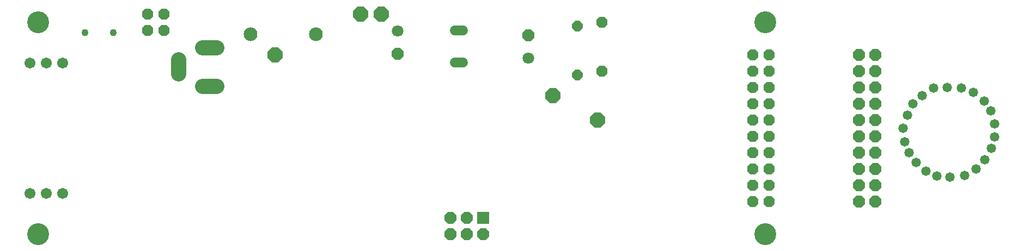
<source format=gbs>
G75*
G70*
%OFA0B0*%
%FSLAX24Y24*%
%IPPOS*%
%LPD*%
%AMOC8*
5,1,8,0,0,1.08239X$1,22.5*
%
%ADD10C,0.0596*%
%ADD11OC8,0.0710*%
%ADD12C,0.0710*%
%ADD13OC8,0.0640*%
%ADD14OC8,0.0680*%
%ADD15C,0.0580*%
%ADD16R,0.0720X0.0720*%
%ADD17OC8,0.0720*%
%ADD18C,0.0940*%
%ADD19C,0.0840*%
%ADD20C,0.1340*%
%ADD21C,0.0434*%
%ADD22OC8,0.0930*%
%ADD23C,0.0674*%
D10*
X027204Y012227D02*
X027719Y012227D01*
X027719Y014196D02*
X027204Y014196D01*
D11*
X031712Y013912D03*
X023712Y012762D03*
D12*
X023712Y014162D03*
X031712Y012512D03*
D13*
X034712Y011462D03*
X034712Y014462D03*
D14*
X036212Y014712D03*
X045462Y012712D03*
X046462Y012712D03*
X046462Y011712D03*
X045462Y011712D03*
X045462Y010712D03*
X046462Y010712D03*
X046462Y009712D03*
X045462Y009712D03*
X045462Y008712D03*
X046462Y008712D03*
X046462Y007712D03*
X045462Y007712D03*
X045462Y006712D03*
X046462Y006712D03*
X046462Y005712D03*
X045462Y005712D03*
X045462Y004712D03*
X046462Y004712D03*
X046462Y003712D03*
X045462Y003712D03*
X036212Y011712D03*
X009409Y014212D03*
X008409Y014212D03*
X008409Y015212D03*
X009409Y015212D03*
D15*
X054662Y008212D03*
X054912Y009012D03*
X055262Y009712D03*
X055812Y010212D03*
X056512Y010662D03*
X057362Y010712D03*
X058212Y010662D03*
X058962Y010412D03*
X059612Y009862D03*
X060012Y009262D03*
X060262Y008462D03*
X060262Y007662D03*
X060062Y006962D03*
X059662Y006262D03*
X059112Y005712D03*
X058412Y005312D03*
X057512Y005212D03*
X056712Y005262D03*
X056062Y005562D03*
X055462Y006112D03*
X055012Y006712D03*
X054762Y007362D03*
D16*
X028962Y002712D03*
D17*
X027962Y002712D03*
X026962Y002712D03*
X026962Y001712D03*
X027962Y001712D03*
X028962Y001712D03*
X051962Y003712D03*
X052962Y003712D03*
X052962Y004712D03*
X051962Y004712D03*
X051962Y005712D03*
X052962Y005712D03*
X052962Y006712D03*
X051962Y006712D03*
X051962Y007712D03*
X052962Y007712D03*
X052962Y008712D03*
X051962Y008712D03*
X051962Y009712D03*
X052962Y009712D03*
X052962Y010712D03*
X051962Y010712D03*
X051962Y011712D03*
X052962Y011712D03*
X052962Y012712D03*
X051962Y012712D03*
D18*
X012642Y013143D02*
X011782Y013143D01*
X010322Y012392D02*
X010322Y011532D01*
X011782Y010781D02*
X012642Y010781D01*
D19*
X014712Y013962D03*
X018712Y013962D03*
D20*
X001712Y001712D03*
X046212Y001712D03*
X046212Y014712D03*
X001712Y014712D03*
D21*
X004596Y014068D03*
X006328Y014068D03*
D22*
X016212Y012712D03*
X021462Y015212D03*
X022712Y015212D03*
X033212Y010212D03*
X035962Y008712D03*
D23*
X003212Y012212D03*
X002212Y012212D03*
X001212Y012212D03*
X001212Y004212D03*
X002212Y004212D03*
X003212Y004212D03*
M02*

</source>
